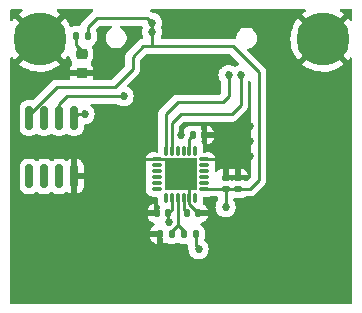
<source format=gbr>
%TF.GenerationSoftware,KiCad,Pcbnew,(6.0.0-0)*%
%TF.CreationDate,2022-03-05T22:15:36-05:00*%
%TF.ProjectId,imu,696d752e-6b69-4636-9164-5f7063625858,rev?*%
%TF.SameCoordinates,Original*%
%TF.FileFunction,Copper,L1,Top*%
%TF.FilePolarity,Positive*%
%FSLAX46Y46*%
G04 Gerber Fmt 4.6, Leading zero omitted, Abs format (unit mm)*
G04 Created by KiCad (PCBNEW (6.0.0-0)) date 2022-03-05 22:15:36*
%MOMM*%
%LPD*%
G01*
G04 APERTURE LIST*
G04 Aperture macros list*
%AMRoundRect*
0 Rectangle with rounded corners*
0 $1 Rounding radius*
0 $2 $3 $4 $5 $6 $7 $8 $9 X,Y pos of 4 corners*
0 Add a 4 corners polygon primitive as box body*
4,1,4,$2,$3,$4,$5,$6,$7,$8,$9,$2,$3,0*
0 Add four circle primitives for the rounded corners*
1,1,$1+$1,$2,$3*
1,1,$1+$1,$4,$5*
1,1,$1+$1,$6,$7*
1,1,$1+$1,$8,$9*
0 Add four rect primitives between the rounded corners*
20,1,$1+$1,$2,$3,$4,$5,0*
20,1,$1+$1,$4,$5,$6,$7,0*
20,1,$1+$1,$6,$7,$8,$9,0*
20,1,$1+$1,$8,$9,$2,$3,0*%
G04 Aperture macros list end*
%TA.AperFunction,ComponentPad*%
%ADD10C,4.500000*%
%TD*%
%TA.AperFunction,SMDPad,CuDef*%
%ADD11RoundRect,0.140000X-0.140000X-0.170000X0.140000X-0.170000X0.140000X0.170000X-0.140000X0.170000X0*%
%TD*%
%TA.AperFunction,SMDPad,CuDef*%
%ADD12RoundRect,0.140000X0.140000X0.170000X-0.140000X0.170000X-0.140000X-0.170000X0.140000X-0.170000X0*%
%TD*%
%TA.AperFunction,SMDPad,CuDef*%
%ADD13RoundRect,0.135000X0.135000X0.185000X-0.135000X0.185000X-0.135000X-0.185000X0.135000X-0.185000X0*%
%TD*%
%TA.AperFunction,SMDPad,CuDef*%
%ADD14RoundRect,0.140000X0.170000X-0.140000X0.170000X0.140000X-0.170000X0.140000X-0.170000X-0.140000X0*%
%TD*%
%TA.AperFunction,SMDPad,CuDef*%
%ADD15RoundRect,0.070000X-0.330000X0.070000X-0.330000X-0.070000X0.330000X-0.070000X0.330000X0.070000X0*%
%TD*%
%TA.AperFunction,SMDPad,CuDef*%
%ADD16RoundRect,0.070000X-0.070000X-0.330000X0.070000X-0.330000X0.070000X0.330000X-0.070000X0.330000X0*%
%TD*%
%TA.AperFunction,SMDPad,CuDef*%
%ADD17RoundRect,0.070000X0.070000X0.330000X-0.070000X0.330000X-0.070000X-0.330000X0.070000X-0.330000X0*%
%TD*%
%TA.AperFunction,SMDPad,CuDef*%
%ADD18R,2.700000X2.700000*%
%TD*%
%TA.AperFunction,SMDPad,CuDef*%
%ADD19RoundRect,0.150000X0.150000X-0.825000X0.150000X0.825000X-0.150000X0.825000X-0.150000X-0.825000X0*%
%TD*%
%TA.AperFunction,SMDPad,CuDef*%
%ADD20RoundRect,0.218750X-0.256250X0.218750X-0.256250X-0.218750X0.256250X-0.218750X0.256250X0.218750X0*%
%TD*%
%TA.AperFunction,ViaPad*%
%ADD21C,0.685800*%
%TD*%
%TA.AperFunction,Conductor*%
%ADD22C,0.254000*%
%TD*%
G04 APERTURE END LIST*
D10*
%TO.P,H1,1,1*%
%TO.N,GND*%
X95000000Y-64000000D03*
%TD*%
%TO.P,H2,1,1*%
%TO.N,GND*%
X119000000Y-64000000D03*
%TD*%
D11*
%TO.P,C5,1*%
%TO.N,Net-(C5-Pad1)*%
X107978000Y-72136000D03*
%TO.P,C5,2*%
%TO.N,GND*%
X108938000Y-72136000D03*
%TD*%
D12*
%TO.P,C1,1*%
%TO.N,/3V3*%
X105890000Y-78740000D03*
%TO.P,C1,2*%
%TO.N,GND*%
X104930000Y-78740000D03*
%TD*%
D13*
%TO.P,R3,1*%
%TO.N,/3V3*%
X99062000Y-63754000D03*
%TO.P,R3,2*%
%TO.N,Net-(D1-Pad2)*%
X98042000Y-63754000D03*
%TD*%
D14*
%TO.P,C2,1*%
%TO.N,/3V3*%
X111808000Y-76680000D03*
%TO.P,C2,2*%
%TO.N,GND*%
X111808000Y-75720000D03*
%TD*%
D15*
%TO.P,U1,1,CLKIN*%
%TO.N,GND*%
X104934000Y-74188000D03*
%TO.P,U1,2*%
%TO.N,N/C*%
X104934000Y-74688000D03*
%TO.P,U1,3*%
X104934000Y-75188000D03*
%TO.P,U1,4*%
X104934000Y-75688000D03*
%TO.P,U1,5*%
X104934000Y-76188000D03*
%TO.P,U1,6,AUX_SDA*%
%TO.N,unconnected-(U1-Pad6)*%
X104934000Y-76688000D03*
D16*
%TO.P,U1,7,AUX_SCL*%
%TO.N,unconnected-(U1-Pad7)*%
X105684000Y-77438000D03*
%TO.P,U1,8,VDDIO*%
%TO.N,/3V3*%
X106184000Y-77438000D03*
%TO.P,U1,9,AD0*%
%TO.N,Net-(R1-Pad2)*%
X106684000Y-77438000D03*
%TO.P,U1,10,REGOUT*%
%TO.N,Net-(C4-Pad1)*%
X107184000Y-77438000D03*
%TO.P,U1,11,FSYNC*%
%TO.N,GND*%
X107684000Y-77438000D03*
%TO.P,U1,12,INT*%
%TO.N,unconnected-(U1-Pad12)*%
X108184000Y-77438000D03*
D15*
%TO.P,U1,13,VDD*%
%TO.N,/3V3*%
X108934000Y-76688000D03*
%TO.P,U1,14*%
%TO.N,N/C*%
X108934000Y-76188000D03*
%TO.P,U1,15*%
X108934000Y-75688000D03*
%TO.P,U1,16*%
X108934000Y-75188000D03*
%TO.P,U1,17*%
X108934000Y-74688000D03*
%TO.P,U1,18,GND*%
%TO.N,GND*%
X108934000Y-74188000D03*
D16*
%TO.P,U1,19*%
%TO.N,N/C*%
X108184000Y-73438000D03*
D17*
%TO.P,U1,20,CPOUT*%
%TO.N,Net-(C5-Pad1)*%
X107684000Y-73438000D03*
D16*
%TO.P,U1,21*%
%TO.N,N/C*%
X107184000Y-73438000D03*
%TO.P,U1,22*%
X106684000Y-73438000D03*
%TO.P,U1,23,SCL*%
%TO.N,/SCL*%
X106184000Y-73438000D03*
%TO.P,U1,24,SDA*%
%TO.N,/SDA*%
X105684000Y-73438000D03*
D18*
%TO.P,U1,25,GND*%
%TO.N,GND*%
X106934000Y-75438000D03*
%TD*%
D19*
%TO.P,U3,1,E0*%
%TO.N,unconnected-(U3-Pad1)*%
X94107000Y-75627000D03*
%TO.P,U3,2,E1*%
%TO.N,unconnected-(U3-Pad2)*%
X95377000Y-75627000D03*
%TO.P,U3,3,E2*%
%TO.N,unconnected-(U3-Pad3)*%
X96647000Y-75627000D03*
%TO.P,U3,4,VSS*%
%TO.N,GND*%
X97917000Y-75627000D03*
%TO.P,U3,5,SDA*%
%TO.N,/SDA_EEPROM*%
X97917000Y-70677000D03*
%TO.P,U3,6,SCL*%
%TO.N,/SCL_EEPROM*%
X96647000Y-70677000D03*
%TO.P,U3,7,~{WC}*%
%TO.N,unconnected-(U3-Pad7)*%
X95377000Y-70677000D03*
%TO.P,U3,8,VCC*%
%TO.N,/3V3*%
X94107000Y-70677000D03*
%TD*%
D20*
%TO.P,D1,1,K*%
%TO.N,GND*%
X98552000Y-66827500D03*
%TO.P,D1,2,A*%
%TO.N,Net-(D1-Pad2)*%
X98552000Y-65252500D03*
%TD*%
D11*
%TO.P,C4,1*%
%TO.N,Net-(C4-Pad1)*%
X107470000Y-78740000D03*
%TO.P,C4,2*%
%TO.N,GND*%
X108430000Y-78740000D03*
%TD*%
D14*
%TO.P,C3,1*%
%TO.N,/3V3*%
X110744000Y-76680000D03*
%TO.P,C3,2*%
%TO.N,GND*%
X110744000Y-75720000D03*
%TD*%
D13*
%TO.P,R2,1*%
%TO.N,Net-(R1-Pad2)*%
X106174000Y-80518000D03*
%TO.P,R2,2*%
%TO.N,GND*%
X105154000Y-80518000D03*
%TD*%
%TO.P,R1,1*%
%TO.N,/3V3*%
X108206000Y-80518000D03*
%TO.P,R1,2*%
%TO.N,Net-(R1-Pad2)*%
X107186000Y-80518000D03*
%TD*%
D21*
%TO.N,GND*%
X103124000Y-72644000D03*
X103124000Y-71374000D03*
X96012000Y-73152000D03*
X101854000Y-71374000D03*
X112776000Y-71374000D03*
X103124000Y-80264000D03*
X101854000Y-78994000D03*
X112776000Y-72644000D03*
X111506000Y-73914000D03*
X111506000Y-71374000D03*
X103124000Y-77724000D03*
X104394000Y-81534000D03*
X101854000Y-73914000D03*
X110236000Y-73914000D03*
X112776000Y-73914000D03*
X103124000Y-73914000D03*
X103124000Y-78994000D03*
X101854000Y-77724000D03*
X101854000Y-75184000D03*
X104013000Y-66675000D03*
X101854000Y-80264000D03*
X103124000Y-75184000D03*
X101854000Y-76454000D03*
X104013000Y-67564000D03*
X97282000Y-73152000D03*
X110236000Y-72644000D03*
X94742000Y-73152000D03*
X104394000Y-71374000D03*
X101854000Y-72644000D03*
X103124000Y-76454000D03*
X106934000Y-72136000D03*
X111506000Y-72644000D03*
X110236000Y-71374000D03*
X104013000Y-65786000D03*
%TO.N,/3V3*%
X105918000Y-79502000D03*
X104496500Y-63397500D03*
X110744000Y-78232000D03*
X108458000Y-81788000D03*
X104496500Y-62635500D03*
%TO.N,/SDA_EEPROM*%
X98806000Y-70358000D03*
%TO.N,/SDA*%
X110998000Y-67056000D03*
%TO.N,/SCL*%
X112014000Y-67056000D03*
%TO.N,/SCL_EEPROM*%
X102108000Y-68834000D03*
%TD*%
D22*
%TO.N,GND*%
X107684000Y-76188000D02*
X106934000Y-75438000D01*
X105684000Y-74188000D02*
X106934000Y-75438000D01*
X104934000Y-74188000D02*
X105684000Y-74188000D01*
X107684000Y-77438000D02*
X107684000Y-76188000D01*
X108430000Y-78740000D02*
X107684000Y-77994000D01*
X104934000Y-74188000D02*
X103652000Y-74188000D01*
X108934000Y-74188000D02*
X109962000Y-74188000D01*
X109962000Y-74188000D02*
X110236000Y-73914000D01*
X107684000Y-77994000D02*
X107684000Y-77438000D01*
%TO.N,Net-(D1-Pad2)*%
X98042000Y-64514000D02*
X98042000Y-63754000D01*
X98552000Y-65024000D02*
X98042000Y-64514000D01*
X98552000Y-65252500D02*
X98552000Y-65024000D01*
%TO.N,/3V3*%
X103783500Y-64618500D02*
X104496500Y-64618500D01*
X106184000Y-78446000D02*
X106184000Y-77438000D01*
X108942000Y-76680000D02*
X108934000Y-76688000D01*
X104496500Y-62635500D02*
X104091000Y-62230000D01*
X104496500Y-64159500D02*
X104496500Y-64618500D01*
X101346000Y-68072000D02*
X102870000Y-66548000D01*
X108204000Y-81534000D02*
X108204000Y-80520000D01*
X108204000Y-80520000D02*
X108206000Y-80518000D01*
X102870000Y-66548000D02*
X102870000Y-65532000D01*
X99822000Y-62230000D02*
X99062000Y-62990000D01*
X111354500Y-64618500D02*
X113538000Y-66802000D01*
X108458000Y-81788000D02*
X108204000Y-81534000D01*
X112804000Y-76680000D02*
X111808000Y-76680000D01*
X113538000Y-75946000D02*
X112804000Y-76680000D01*
X104496500Y-63397500D02*
X104496500Y-62635500D01*
X105890000Y-78740000D02*
X105890000Y-79474000D01*
X105890000Y-79474000D02*
X105918000Y-79502000D01*
X110744000Y-76680000D02*
X108942000Y-76680000D01*
X99062000Y-62990000D02*
X99062000Y-63754000D01*
X104496500Y-64159500D02*
X104496500Y-63397500D01*
X94107000Y-70677000D02*
X94107000Y-70401337D01*
X111808000Y-76680000D02*
X110744000Y-76680000D01*
X113538000Y-66802000D02*
X113538000Y-75946000D01*
X104091000Y-62230000D02*
X99822000Y-62230000D01*
X102870000Y-65532000D02*
X103783500Y-64618500D01*
X110744000Y-76680000D02*
X110744000Y-78232000D01*
X96436337Y-68072000D02*
X101346000Y-68072000D01*
X104496500Y-64618500D02*
X111354500Y-64618500D01*
X105890000Y-78740000D02*
X106184000Y-78446000D01*
X94107000Y-70401337D02*
X96436337Y-68072000D01*
%TO.N,/SDA_EEPROM*%
X98806000Y-70358000D02*
X98236000Y-70358000D01*
X98236000Y-70358000D02*
X97917000Y-70677000D01*
%TO.N,/SDA*%
X110998000Y-68834000D02*
X110998000Y-67056000D01*
X105684000Y-73438000D02*
X105684000Y-70338000D01*
X106680000Y-69342000D02*
X110490000Y-69342000D01*
X110490000Y-69342000D02*
X110998000Y-68834000D01*
X105684000Y-70338000D02*
X106680000Y-69342000D01*
%TO.N,/SCL*%
X106184000Y-71108000D02*
X106934000Y-70358000D01*
X106184000Y-73438000D02*
X106184000Y-71108000D01*
X112014000Y-69596000D02*
X112014000Y-67056000D01*
X106934000Y-70358000D02*
X111252000Y-70358000D01*
X111252000Y-70358000D02*
X112014000Y-69596000D01*
%TO.N,/SCL_EEPROM*%
X97282000Y-68834000D02*
X96647000Y-69469000D01*
X102108000Y-68834000D02*
X97282000Y-68834000D01*
X96647000Y-69469000D02*
X96647000Y-70677000D01*
%TO.N,Net-(C4-Pad1)*%
X107184000Y-78454000D02*
X107470000Y-78740000D01*
X107184000Y-77438000D02*
X107184000Y-78454000D01*
%TO.N,Net-(C5-Pad1)*%
X107684000Y-73438000D02*
X107684000Y-72430000D01*
X107684000Y-72430000D02*
X107978000Y-72136000D01*
%TO.N,Net-(R1-Pad2)*%
X106174000Y-80518000D02*
X106174000Y-80262000D01*
X106174000Y-80262000D02*
X106680000Y-79756000D01*
X106680000Y-77442000D02*
X106684000Y-77438000D01*
X107186000Y-80262000D02*
X106680000Y-79756000D01*
X106680000Y-79756000D02*
X106680000Y-77442000D01*
X107186000Y-80518000D02*
X107186000Y-80262000D01*
%TD*%
%TA.AperFunction,Conductor*%
%TO.N,GND*%
G36*
X93508556Y-61466002D02*
G01*
X93555049Y-61519658D01*
X93565153Y-61589932D01*
X93535659Y-61654512D01*
X93504858Y-61680285D01*
X93450196Y-61712805D01*
X93443945Y-61717053D01*
X93250733Y-61866115D01*
X93242267Y-61877773D01*
X93248871Y-61889661D01*
X94987188Y-63627978D01*
X95001132Y-63635592D01*
X95002965Y-63635461D01*
X95009580Y-63631210D01*
X96750162Y-61890628D01*
X96757174Y-61877787D01*
X96749379Y-61867098D01*
X96579886Y-61733481D01*
X96573663Y-61729156D01*
X96492326Y-61679605D01*
X96444557Y-61627082D01*
X96432767Y-61557071D01*
X96460699Y-61491800D01*
X96519485Y-61451992D01*
X96557879Y-61446000D01*
X99432118Y-61446000D01*
X99500239Y-61466002D01*
X99546732Y-61519658D01*
X99556836Y-61589932D01*
X99527342Y-61654512D01*
X99506180Y-61673935D01*
X99477519Y-61694759D01*
X99467595Y-61701278D01*
X99436224Y-61719830D01*
X99436219Y-61719834D01*
X99429401Y-61723866D01*
X99415014Y-61738253D01*
X99399980Y-61751094D01*
X99383513Y-61763058D01*
X99378460Y-61769166D01*
X99355228Y-61797249D01*
X99347238Y-61806029D01*
X98668517Y-62484750D01*
X98660191Y-62492326D01*
X98653697Y-62496447D01*
X98648274Y-62502222D01*
X98606915Y-62546265D01*
X98604160Y-62549107D01*
X98584361Y-62568906D01*
X98581937Y-62572031D01*
X98581929Y-62572040D01*
X98581863Y-62572126D01*
X98574155Y-62581151D01*
X98543783Y-62613494D01*
X98539965Y-62620438D01*
X98539964Y-62620440D01*
X98533978Y-62631329D01*
X98523127Y-62647847D01*
X98510650Y-62663933D01*
X98493024Y-62704666D01*
X98487807Y-62715314D01*
X98466431Y-62754197D01*
X98464460Y-62761872D01*
X98464458Y-62761878D01*
X98461369Y-62773911D01*
X98454966Y-62792613D01*
X98446883Y-62811292D01*
X98445644Y-62819114D01*
X98445643Y-62819118D01*
X98444104Y-62828838D01*
X98413692Y-62892991D01*
X98353425Y-62930518D01*
X98291191Y-62930161D01*
X98290979Y-62931323D01*
X98284643Y-62930165D01*
X98278466Y-62928371D01*
X98272059Y-62927867D01*
X98272055Y-62927866D01*
X98244444Y-62925693D01*
X98244438Y-62925693D01*
X98241989Y-62925500D01*
X98042122Y-62925500D01*
X97842012Y-62925501D01*
X97805534Y-62928371D01*
X97765562Y-62939984D01*
X97677727Y-62965502D01*
X97606730Y-62965299D01*
X97547114Y-62926745D01*
X97527602Y-62896055D01*
X97450172Y-62723363D01*
X97446655Y-62716636D01*
X97279054Y-62438252D01*
X97274757Y-62431999D01*
X97133617Y-62251022D01*
X97121823Y-62242551D01*
X97110113Y-62249097D01*
X95372022Y-63987188D01*
X95364408Y-64001132D01*
X95364539Y-64002965D01*
X95368790Y-64009580D01*
X97108825Y-65749615D01*
X97121948Y-65756781D01*
X97132250Y-65749391D01*
X97241429Y-65615285D01*
X97245842Y-65609144D01*
X97336608Y-65465287D01*
X97389874Y-65418349D01*
X97460062Y-65407659D01*
X97524886Y-65436613D01*
X97563766Y-65496018D01*
X97567934Y-65519631D01*
X97568500Y-65519572D01*
X97579022Y-65620982D01*
X97632692Y-65781849D01*
X97721929Y-65926055D01*
X97727107Y-65931224D01*
X97747159Y-65951241D01*
X97781238Y-66013523D01*
X97776235Y-66084343D01*
X97747314Y-66129432D01*
X97726702Y-66150080D01*
X97717690Y-66161491D01*
X97636447Y-66293291D01*
X97630303Y-66306468D01*
X97581421Y-66453843D01*
X97578555Y-66467210D01*
X97569386Y-66556700D01*
X97573475Y-66570624D01*
X97574865Y-66571829D01*
X97582548Y-66573500D01*
X99516885Y-66573500D01*
X99532124Y-66569025D01*
X99533329Y-66567635D01*
X99534842Y-66560679D01*
X99534663Y-66557218D01*
X99525196Y-66465979D01*
X99522303Y-66452583D01*
X99473170Y-66305313D01*
X99466996Y-66292134D01*
X99385530Y-66160486D01*
X99376494Y-66149085D01*
X99356842Y-66129467D01*
X99322763Y-66067184D01*
X99327766Y-65996364D01*
X99356686Y-65951277D01*
X99377692Y-65930234D01*
X99382864Y-65925053D01*
X99471849Y-65780692D01*
X99525238Y-65619731D01*
X99535500Y-65519572D01*
X99535500Y-64985428D01*
X99524978Y-64884018D01*
X99471308Y-64723151D01*
X99467458Y-64716929D01*
X99467454Y-64716921D01*
X99448910Y-64686953D01*
X99430073Y-64618501D01*
X99451235Y-64550732D01*
X99491916Y-64512198D01*
X99587720Y-64455540D01*
X99594541Y-64451506D01*
X99709506Y-64336541D01*
X99792269Y-64196596D01*
X99808831Y-64139591D01*
X99835834Y-64046644D01*
X99837629Y-64040466D01*
X99838578Y-64028419D01*
X99840307Y-64006444D01*
X99840307Y-64006438D01*
X99840500Y-64003989D01*
X99840499Y-63504012D01*
X99837629Y-63467534D01*
X99792269Y-63311404D01*
X99785182Y-63299420D01*
X99767725Y-63230603D01*
X99790244Y-63163272D01*
X99804543Y-63146189D01*
X100048327Y-62902405D01*
X100110639Y-62868379D01*
X100137422Y-62865500D01*
X101020069Y-62865500D01*
X101088190Y-62885502D01*
X101134683Y-62939158D01*
X101144787Y-63009432D01*
X101115293Y-63074012D01*
X101083070Y-63100619D01*
X100950376Y-63177229D01*
X100945469Y-63181647D01*
X100945468Y-63181648D01*
X100896130Y-63226073D01*
X100811579Y-63302203D01*
X100701798Y-63453303D01*
X100699114Y-63459331D01*
X100699113Y-63459333D01*
X100644601Y-63581770D01*
X100625832Y-63623926D01*
X100587000Y-63806615D01*
X100587000Y-63993385D01*
X100588372Y-63999837D01*
X100588372Y-63999842D01*
X100599753Y-64053383D01*
X100625832Y-64176074D01*
X100628517Y-64182104D01*
X100628517Y-64182105D01*
X100684097Y-64306939D01*
X100701798Y-64346697D01*
X100705678Y-64352038D01*
X100705679Y-64352039D01*
X100773873Y-64445900D01*
X100811579Y-64497797D01*
X100816481Y-64502210D01*
X100816482Y-64502212D01*
X100945468Y-64618352D01*
X100950376Y-64622771D01*
X100956097Y-64626074D01*
X100970839Y-64634585D01*
X101112124Y-64716156D01*
X101155021Y-64730094D01*
X101283474Y-64771831D01*
X101283475Y-64771831D01*
X101289753Y-64773871D01*
X101296316Y-64774561D01*
X101296317Y-64774561D01*
X101319097Y-64776955D01*
X101428937Y-64788500D01*
X101522063Y-64788500D01*
X101631903Y-64776955D01*
X101654683Y-64774561D01*
X101654684Y-64774561D01*
X101661247Y-64773871D01*
X101667525Y-64771831D01*
X101667526Y-64771831D01*
X101795979Y-64730094D01*
X101838876Y-64716156D01*
X101980162Y-64634585D01*
X101994903Y-64626074D01*
X102000624Y-64622771D01*
X102005532Y-64618352D01*
X102134518Y-64502212D01*
X102134519Y-64502210D01*
X102139421Y-64497797D01*
X102177127Y-64445900D01*
X102245321Y-64352039D01*
X102245322Y-64352038D01*
X102249202Y-64346697D01*
X102266904Y-64306939D01*
X102322483Y-64182105D01*
X102322483Y-64182104D01*
X102325168Y-64176074D01*
X102351247Y-64053383D01*
X102362628Y-63999842D01*
X102362628Y-63999837D01*
X102364000Y-63993385D01*
X102364000Y-63806615D01*
X102325168Y-63623926D01*
X102306399Y-63581770D01*
X102251887Y-63459333D01*
X102251886Y-63459331D01*
X102249202Y-63453303D01*
X102139421Y-63302203D01*
X102054871Y-63226073D01*
X102005532Y-63181648D01*
X102005531Y-63181647D01*
X102000624Y-63177229D01*
X101867931Y-63100619D01*
X101818938Y-63049237D01*
X101805502Y-62979523D01*
X101831888Y-62913612D01*
X101889720Y-62872430D01*
X101930931Y-62865500D01*
X103584472Y-62865500D01*
X103652593Y-62885502D01*
X103699086Y-62939158D01*
X103704305Y-62952564D01*
X103712428Y-62977564D01*
X103712428Y-63055436D01*
X103671420Y-63181648D01*
X103659118Y-63219509D01*
X103658428Y-63226072D01*
X103658428Y-63226073D01*
X103649459Y-63311404D01*
X103640410Y-63397500D01*
X103659118Y-63575491D01*
X103714423Y-63745703D01*
X103717726Y-63751425D01*
X103717727Y-63751426D01*
X103748330Y-63804432D01*
X103765068Y-63873428D01*
X103741847Y-63940519D01*
X103686040Y-63984406D01*
X103674371Y-63988427D01*
X103663758Y-63991511D01*
X103644388Y-63995523D01*
X103632060Y-63997080D01*
X103632058Y-63997080D01*
X103624201Y-63998073D01*
X103616837Y-64000989D01*
X103616832Y-64000990D01*
X103582944Y-64014407D01*
X103571715Y-64018252D01*
X103555611Y-64022931D01*
X103529107Y-64030631D01*
X103522280Y-64034669D01*
X103522277Y-64034670D01*
X103511594Y-64040988D01*
X103493836Y-64049688D01*
X103482285Y-64054261D01*
X103482279Y-64054265D01*
X103474912Y-64057181D01*
X103468501Y-64061839D01*
X103468499Y-64061840D01*
X103439012Y-64083264D01*
X103429090Y-64089781D01*
X103397732Y-64108326D01*
X103397728Y-64108329D01*
X103390902Y-64112366D01*
X103376518Y-64126750D01*
X103361484Y-64139591D01*
X103345013Y-64151558D01*
X103324732Y-64176074D01*
X103316727Y-64185750D01*
X103308737Y-64194531D01*
X102476512Y-65026755D01*
X102468193Y-65034325D01*
X102461697Y-65038447D01*
X102456271Y-65044225D01*
X102456270Y-65044226D01*
X102414915Y-65088265D01*
X102412160Y-65091107D01*
X102392361Y-65110906D01*
X102389937Y-65114031D01*
X102389929Y-65114040D01*
X102389863Y-65114126D01*
X102382155Y-65123151D01*
X102351783Y-65155494D01*
X102347965Y-65162438D01*
X102347964Y-65162440D01*
X102341978Y-65173329D01*
X102331127Y-65189847D01*
X102318650Y-65205933D01*
X102301024Y-65246666D01*
X102295807Y-65257314D01*
X102274431Y-65296197D01*
X102272460Y-65303872D01*
X102272458Y-65303878D01*
X102269369Y-65315911D01*
X102262966Y-65334613D01*
X102254883Y-65353292D01*
X102253644Y-65361117D01*
X102247940Y-65397127D01*
X102245535Y-65408740D01*
X102234500Y-65451718D01*
X102234500Y-65472065D01*
X102232949Y-65491776D01*
X102229765Y-65511879D01*
X102230511Y-65519771D01*
X102233941Y-65556056D01*
X102234500Y-65567914D01*
X102234500Y-66232577D01*
X102214498Y-66300698D01*
X102197595Y-66321672D01*
X101119672Y-67399595D01*
X101057360Y-67433621D01*
X101030577Y-67436500D01*
X99619062Y-67436500D01*
X99550941Y-67416498D01*
X99504448Y-67362842D01*
X99494344Y-67292568D01*
X99499469Y-67270834D01*
X99522578Y-67201160D01*
X99525445Y-67187790D01*
X99534614Y-67098300D01*
X99530525Y-67084376D01*
X99529135Y-67083171D01*
X99521452Y-67081500D01*
X97587115Y-67081500D01*
X97571876Y-67085975D01*
X97570671Y-67087365D01*
X97569158Y-67094321D01*
X97569337Y-67097782D01*
X97578804Y-67189021D01*
X97581697Y-67202417D01*
X97604453Y-67270624D01*
X97607037Y-67341573D01*
X97570854Y-67402657D01*
X97507390Y-67434482D01*
X97484929Y-67436500D01*
X96515369Y-67436500D01*
X96504130Y-67435970D01*
X96496618Y-67434291D01*
X96488693Y-67434540D01*
X96488692Y-67434540D01*
X96428307Y-67436438D01*
X96424349Y-67436500D01*
X96396354Y-67436500D01*
X96392420Y-67436997D01*
X96392418Y-67436997D01*
X96392331Y-67437008D01*
X96380497Y-67437940D01*
X96336132Y-67439335D01*
X96328519Y-67441547D01*
X96328518Y-67441547D01*
X96316589Y-67445013D01*
X96297225Y-67449023D01*
X96284897Y-67450580D01*
X96284895Y-67450580D01*
X96277038Y-67451573D01*
X96269674Y-67454489D01*
X96269669Y-67454490D01*
X96235781Y-67467907D01*
X96224552Y-67471752D01*
X96207872Y-67476598D01*
X96181944Y-67484131D01*
X96175117Y-67488169D01*
X96175114Y-67488170D01*
X96164431Y-67494488D01*
X96146673Y-67503188D01*
X96135122Y-67507761D01*
X96135116Y-67507765D01*
X96127749Y-67510681D01*
X96121338Y-67515339D01*
X96121336Y-67515340D01*
X96091849Y-67536764D01*
X96081927Y-67543281D01*
X96050569Y-67561826D01*
X96050565Y-67561829D01*
X96043739Y-67565866D01*
X96029355Y-67580250D01*
X96014321Y-67593091D01*
X95997850Y-67605058D01*
X95992797Y-67611166D01*
X95969560Y-67639255D01*
X95961570Y-67648035D01*
X94450423Y-69159182D01*
X94388111Y-69193208D01*
X94351442Y-69195699D01*
X94325958Y-69193693D01*
X94325950Y-69193693D01*
X94323502Y-69193500D01*
X93890498Y-69193500D01*
X93888050Y-69193693D01*
X93888042Y-69193693D01*
X93859579Y-69195933D01*
X93859574Y-69195934D01*
X93853169Y-69196438D01*
X93753231Y-69225472D01*
X93701012Y-69240643D01*
X93701010Y-69240644D01*
X93693399Y-69242855D01*
X93686572Y-69246892D01*
X93686573Y-69246892D01*
X93557020Y-69323509D01*
X93557017Y-69323511D01*
X93550193Y-69327547D01*
X93432547Y-69445193D01*
X93428511Y-69452017D01*
X93428509Y-69452020D01*
X93403940Y-69493564D01*
X93347855Y-69588399D01*
X93345644Y-69596010D01*
X93345643Y-69596012D01*
X93333960Y-69636225D01*
X93301438Y-69748169D01*
X93298500Y-69785498D01*
X93298500Y-71568502D01*
X93298693Y-71570950D01*
X93298693Y-71570958D01*
X93298815Y-71572501D01*
X93301438Y-71605831D01*
X93347855Y-71765601D01*
X93351892Y-71772427D01*
X93428509Y-71901980D01*
X93428511Y-71901983D01*
X93432547Y-71908807D01*
X93550193Y-72026453D01*
X93557017Y-72030489D01*
X93557020Y-72030491D01*
X93599584Y-72055663D01*
X93693399Y-72111145D01*
X93701010Y-72113356D01*
X93701012Y-72113357D01*
X93753231Y-72128528D01*
X93853169Y-72157562D01*
X93859574Y-72158066D01*
X93859579Y-72158067D01*
X93888042Y-72160307D01*
X93888050Y-72160307D01*
X93890498Y-72160500D01*
X94323502Y-72160500D01*
X94325950Y-72160307D01*
X94325958Y-72160307D01*
X94354421Y-72158067D01*
X94354426Y-72158066D01*
X94360831Y-72157562D01*
X94460769Y-72128528D01*
X94512988Y-72113357D01*
X94512990Y-72113356D01*
X94520601Y-72111145D01*
X94663807Y-72026453D01*
X94666489Y-72023771D01*
X94730861Y-71998498D01*
X94800484Y-72012400D01*
X94816312Y-72022572D01*
X94820193Y-72026453D01*
X94963399Y-72111145D01*
X94971010Y-72113356D01*
X94971012Y-72113357D01*
X95023231Y-72128528D01*
X95123169Y-72157562D01*
X95129574Y-72158066D01*
X95129579Y-72158067D01*
X95158042Y-72160307D01*
X95158050Y-72160307D01*
X95160498Y-72160500D01*
X95593502Y-72160500D01*
X95595950Y-72160307D01*
X95595958Y-72160307D01*
X95624421Y-72158067D01*
X95624426Y-72158066D01*
X95630831Y-72157562D01*
X95730769Y-72128528D01*
X95782988Y-72113357D01*
X95782990Y-72113356D01*
X95790601Y-72111145D01*
X95933807Y-72026453D01*
X95936489Y-72023771D01*
X96000861Y-71998498D01*
X96070484Y-72012400D01*
X96086312Y-72022572D01*
X96090193Y-72026453D01*
X96233399Y-72111145D01*
X96241010Y-72113356D01*
X96241012Y-72113357D01*
X96293231Y-72128528D01*
X96393169Y-72157562D01*
X96399574Y-72158066D01*
X96399579Y-72158067D01*
X96428042Y-72160307D01*
X96428050Y-72160307D01*
X96430498Y-72160500D01*
X96863502Y-72160500D01*
X96865950Y-72160307D01*
X96865958Y-72160307D01*
X96894421Y-72158067D01*
X96894426Y-72158066D01*
X96900831Y-72157562D01*
X97000769Y-72128528D01*
X97052988Y-72113357D01*
X97052990Y-72113356D01*
X97060601Y-72111145D01*
X97203807Y-72026453D01*
X97206489Y-72023771D01*
X97270861Y-71998498D01*
X97340484Y-72012400D01*
X97356312Y-72022572D01*
X97360193Y-72026453D01*
X97503399Y-72111145D01*
X97511010Y-72113356D01*
X97511012Y-72113357D01*
X97563231Y-72128528D01*
X97663169Y-72157562D01*
X97669574Y-72158066D01*
X97669579Y-72158067D01*
X97698042Y-72160307D01*
X97698050Y-72160307D01*
X97700498Y-72160500D01*
X98133502Y-72160500D01*
X98135950Y-72160307D01*
X98135958Y-72160307D01*
X98164421Y-72158067D01*
X98164426Y-72158066D01*
X98170831Y-72157562D01*
X98270769Y-72128528D01*
X98322988Y-72113357D01*
X98322990Y-72113356D01*
X98330601Y-72111145D01*
X98424416Y-72055663D01*
X98466980Y-72030491D01*
X98466983Y-72030489D01*
X98473807Y-72026453D01*
X98591453Y-71908807D01*
X98595489Y-71901983D01*
X98595491Y-71901980D01*
X98672108Y-71772427D01*
X98676145Y-71765601D01*
X98722562Y-71605831D01*
X98725186Y-71572501D01*
X98725307Y-71570958D01*
X98725307Y-71570950D01*
X98725500Y-71568502D01*
X98725500Y-71335400D01*
X98745502Y-71267279D01*
X98799158Y-71220786D01*
X98851500Y-71209400D01*
X98895486Y-71209400D01*
X98901939Y-71208028D01*
X98901943Y-71208028D01*
X98983016Y-71190795D01*
X99070546Y-71172190D01*
X99076577Y-71169505D01*
X99228015Y-71102081D01*
X99228017Y-71102080D01*
X99234045Y-71099396D01*
X99378836Y-70994199D01*
X99384010Y-70988453D01*
X99494172Y-70866105D01*
X99494173Y-70866104D01*
X99498591Y-70861197D01*
X99588077Y-70706203D01*
X99643382Y-70535991D01*
X99662090Y-70358000D01*
X99643382Y-70180009D01*
X99630585Y-70140622D01*
X99590119Y-70016082D01*
X99588077Y-70009797D01*
X99564200Y-69968440D01*
X99501892Y-69860521D01*
X99498591Y-69854803D01*
X99489267Y-69844447D01*
X99383258Y-69726712D01*
X99383257Y-69726711D01*
X99378836Y-69721801D01*
X99345299Y-69697435D01*
X99301947Y-69641213D01*
X99295872Y-69570477D01*
X99329004Y-69507685D01*
X99390824Y-69472774D01*
X99419362Y-69469500D01*
X101493262Y-69469500D01*
X101561383Y-69489502D01*
X101567323Y-69493564D01*
X101673185Y-69570477D01*
X101679955Y-69575396D01*
X101685983Y-69578080D01*
X101685985Y-69578081D01*
X101771425Y-69616121D01*
X101843454Y-69648190D01*
X101930984Y-69666795D01*
X102012057Y-69684028D01*
X102012061Y-69684028D01*
X102018514Y-69685400D01*
X102197486Y-69685400D01*
X102203939Y-69684028D01*
X102203943Y-69684028D01*
X102285016Y-69666795D01*
X102372546Y-69648190D01*
X102444575Y-69616121D01*
X102530015Y-69578081D01*
X102530017Y-69578080D01*
X102536045Y-69575396D01*
X102542557Y-69570665D01*
X102675492Y-69474082D01*
X102675494Y-69474080D01*
X102680836Y-69470199D01*
X102685258Y-69465288D01*
X102796172Y-69342105D01*
X102796173Y-69342104D01*
X102800591Y-69337197D01*
X102880822Y-69198233D01*
X102886773Y-69187926D01*
X102886774Y-69187925D01*
X102890077Y-69182203D01*
X102945382Y-69011991D01*
X102964090Y-68834000D01*
X102945382Y-68656009D01*
X102929677Y-68607672D01*
X102892119Y-68492082D01*
X102890077Y-68485797D01*
X102800591Y-68330803D01*
X102680836Y-68197801D01*
X102536045Y-68092604D01*
X102487701Y-68071080D01*
X102433605Y-68025101D01*
X102412955Y-67957174D01*
X102432307Y-67888865D01*
X102449854Y-67866878D01*
X103263477Y-67053255D01*
X103271803Y-67045678D01*
X103278303Y-67041553D01*
X103325101Y-66991718D01*
X103327855Y-66988877D01*
X103347638Y-66969094D01*
X103350129Y-66965883D01*
X103357838Y-66956856D01*
X103382789Y-66930286D01*
X103388217Y-66924506D01*
X103398022Y-66906671D01*
X103408876Y-66890147D01*
X103416491Y-66880330D01*
X103416492Y-66880329D01*
X103421349Y-66874067D01*
X103438969Y-66833350D01*
X103444192Y-66822689D01*
X103461749Y-66790753D01*
X103461751Y-66790748D01*
X103465569Y-66783803D01*
X103467539Y-66776129D01*
X103467542Y-66776122D01*
X103470632Y-66764087D01*
X103477036Y-66745382D01*
X103481967Y-66733987D01*
X103485117Y-66726708D01*
X103492060Y-66682873D01*
X103494467Y-66671251D01*
X103499778Y-66650566D01*
X103505500Y-66628282D01*
X103505500Y-66607935D01*
X103507051Y-66588224D01*
X103508995Y-66575950D01*
X103510235Y-66568121D01*
X103506059Y-66523944D01*
X103505500Y-66512086D01*
X103505500Y-65847423D01*
X103525502Y-65779302D01*
X103542405Y-65758327D01*
X104009829Y-65290904D01*
X104072141Y-65256879D01*
X104098924Y-65254000D01*
X104424517Y-65254000D01*
X104448126Y-65256232D01*
X104448491Y-65256302D01*
X104448496Y-65256302D01*
X104456279Y-65257787D01*
X104512514Y-65254249D01*
X104520425Y-65254000D01*
X111039078Y-65254000D01*
X111107199Y-65274002D01*
X111128173Y-65290905D01*
X111857203Y-66019935D01*
X111891229Y-66082247D01*
X111886164Y-66153062D01*
X111843617Y-66209898D01*
X111794305Y-66232277D01*
X111783535Y-66234566D01*
X111755912Y-66240437D01*
X111755909Y-66240438D01*
X111749454Y-66241810D01*
X111743424Y-66244495D01*
X111743423Y-66244495D01*
X111591985Y-66311919D01*
X111591983Y-66311920D01*
X111585955Y-66314604D01*
X111580613Y-66318485D01*
X111580610Y-66318487D01*
X111580058Y-66318888D01*
X111579684Y-66319021D01*
X111574896Y-66321786D01*
X111574390Y-66320910D01*
X111513190Y-66342745D01*
X111444039Y-66326662D01*
X111431942Y-66318888D01*
X111431390Y-66318487D01*
X111431387Y-66318485D01*
X111426045Y-66314604D01*
X111420017Y-66311920D01*
X111420015Y-66311919D01*
X111268577Y-66244495D01*
X111268576Y-66244495D01*
X111262546Y-66241810D01*
X111175016Y-66223205D01*
X111093943Y-66205972D01*
X111093939Y-66205972D01*
X111087486Y-66204600D01*
X110908514Y-66204600D01*
X110902061Y-66205972D01*
X110902057Y-66205972D01*
X110820984Y-66223205D01*
X110733454Y-66241810D01*
X110727424Y-66244495D01*
X110727423Y-66244495D01*
X110575985Y-66311919D01*
X110575983Y-66311920D01*
X110569955Y-66314604D01*
X110564614Y-66318484D01*
X110564613Y-66318485D01*
X110468936Y-66387999D01*
X110425164Y-66419801D01*
X110420743Y-66424711D01*
X110420742Y-66424712D01*
X110331394Y-66523944D01*
X110305409Y-66552803D01*
X110215923Y-66707797D01*
X110207413Y-66733987D01*
X110175129Y-66833350D01*
X110160618Y-66878009D01*
X110141910Y-67056000D01*
X110142600Y-67062565D01*
X110144893Y-67084376D01*
X110160618Y-67233991D01*
X110215923Y-67404203D01*
X110219226Y-67409925D01*
X110219227Y-67409926D01*
X110237484Y-67441547D01*
X110305409Y-67559197D01*
X110330137Y-67586660D01*
X110360853Y-67650666D01*
X110362500Y-67670969D01*
X110362500Y-68518577D01*
X110342498Y-68586698D01*
X110325595Y-68607672D01*
X110263672Y-68669595D01*
X110201360Y-68703621D01*
X110174577Y-68706500D01*
X106759032Y-68706500D01*
X106747793Y-68705970D01*
X106740281Y-68704291D01*
X106732356Y-68704540D01*
X106732355Y-68704540D01*
X106671970Y-68706438D01*
X106668012Y-68706500D01*
X106640017Y-68706500D01*
X106636083Y-68706997D01*
X106636081Y-68706997D01*
X106635994Y-68707008D01*
X106624160Y-68707940D01*
X106579795Y-68709335D01*
X106572182Y-68711547D01*
X106572181Y-68711547D01*
X106560252Y-68715013D01*
X106540888Y-68719023D01*
X106528560Y-68720580D01*
X106528558Y-68720580D01*
X106520701Y-68721573D01*
X106513337Y-68724489D01*
X106513332Y-68724490D01*
X106479444Y-68737907D01*
X106468215Y-68741752D01*
X106454241Y-68745812D01*
X106425607Y-68754131D01*
X106418781Y-68758168D01*
X106408091Y-68764490D01*
X106390341Y-68773187D01*
X106371412Y-68780681D01*
X106364998Y-68785341D01*
X106335514Y-68806762D01*
X106325594Y-68813278D01*
X106294229Y-68831827D01*
X106294226Y-68831829D01*
X106287402Y-68835865D01*
X106273014Y-68850253D01*
X106257980Y-68863094D01*
X106241513Y-68875058D01*
X106236460Y-68881166D01*
X106213228Y-68909249D01*
X106205238Y-68918029D01*
X105290517Y-69832750D01*
X105282191Y-69840326D01*
X105275697Y-69844447D01*
X105270274Y-69850222D01*
X105228915Y-69894265D01*
X105226160Y-69897107D01*
X105206361Y-69916906D01*
X105203937Y-69920031D01*
X105203929Y-69920040D01*
X105203863Y-69920126D01*
X105196155Y-69929151D01*
X105165783Y-69961494D01*
X105161965Y-69968438D01*
X105161964Y-69968440D01*
X105155978Y-69979329D01*
X105145127Y-69995847D01*
X105132650Y-70011933D01*
X105115024Y-70052666D01*
X105109807Y-70063314D01*
X105088431Y-70102197D01*
X105086460Y-70109872D01*
X105086458Y-70109878D01*
X105083369Y-70121911D01*
X105076966Y-70140613D01*
X105068883Y-70159292D01*
X105067644Y-70167117D01*
X105061940Y-70203127D01*
X105059535Y-70214740D01*
X105048500Y-70257718D01*
X105048500Y-70278065D01*
X105046949Y-70297776D01*
X105043765Y-70317879D01*
X105044511Y-70325771D01*
X105047941Y-70362056D01*
X105048500Y-70373914D01*
X105048500Y-72963079D01*
X105047422Y-72979525D01*
X105035500Y-73070082D01*
X105035500Y-73504241D01*
X105015498Y-73572362D01*
X104961842Y-73618855D01*
X104891568Y-73628959D01*
X104826988Y-73599465D01*
X104791997Y-73545019D01*
X104788135Y-73541672D01*
X104780452Y-73540001D01*
X104570237Y-73540001D01*
X104562025Y-73540539D01*
X104461299Y-73553799D01*
X104445484Y-73558037D01*
X104320136Y-73609958D01*
X104305955Y-73618145D01*
X104198310Y-73700743D01*
X104186743Y-73712310D01*
X104104145Y-73819955D01*
X104095958Y-73834136D01*
X104044037Y-73959483D01*
X104039799Y-73975300D01*
X104032592Y-74030040D01*
X104034804Y-74044221D01*
X104047962Y-74048000D01*
X104056691Y-74048000D01*
X104124812Y-74068002D01*
X104171305Y-74121658D01*
X104181409Y-74191932D01*
X104156655Y-74250700D01*
X104135166Y-74278706D01*
X104077831Y-74320571D01*
X104065667Y-74322691D01*
X104065727Y-74322896D01*
X104034573Y-74332044D01*
X104032544Y-74345583D01*
X104039799Y-74400699D01*
X104040794Y-74404412D01*
X104040794Y-74408258D01*
X104040877Y-74408888D01*
X104040794Y-74408899D01*
X104040795Y-74466003D01*
X104040390Y-74466981D01*
X104025500Y-74580082D01*
X104025500Y-74795918D01*
X104040390Y-74909019D01*
X104040533Y-74909364D01*
X104040533Y-74966636D01*
X104040390Y-74966981D01*
X104025500Y-75080082D01*
X104025500Y-75295918D01*
X104040390Y-75409019D01*
X104040533Y-75409364D01*
X104040533Y-75466636D01*
X104040390Y-75466981D01*
X104025500Y-75580082D01*
X104025500Y-75795918D01*
X104040390Y-75909019D01*
X104040533Y-75909364D01*
X104040533Y-75966636D01*
X104040390Y-75966981D01*
X104025500Y-76080082D01*
X104025500Y-76295918D01*
X104040390Y-76409019D01*
X104040533Y-76409364D01*
X104040533Y-76466636D01*
X104040390Y-76466981D01*
X104025500Y-76580082D01*
X104025500Y-76795918D01*
X104040390Y-76909019D01*
X104098681Y-77049746D01*
X104191409Y-77170591D01*
X104312254Y-77263319D01*
X104452981Y-77321610D01*
X104566082Y-77336500D01*
X104909500Y-77336500D01*
X104977621Y-77356502D01*
X105024114Y-77410158D01*
X105035500Y-77462500D01*
X105035500Y-77805918D01*
X105050390Y-77919019D01*
X105108681Y-78059746D01*
X105157630Y-78123537D01*
X105157962Y-78123970D01*
X105183563Y-78190190D01*
X105184000Y-78200674D01*
X105184000Y-78218621D01*
X105166454Y-78282760D01*
X105150106Y-78310403D01*
X105104394Y-78467746D01*
X105103890Y-78474151D01*
X105103889Y-78474156D01*
X105103299Y-78481656D01*
X105101500Y-78504516D01*
X105101500Y-78868000D01*
X105081498Y-78936121D01*
X105027842Y-78982614D01*
X104975500Y-78994000D01*
X104161576Y-78994000D01*
X104146781Y-78998344D01*
X104144937Y-79008775D01*
X104146688Y-79018359D01*
X104188357Y-79161784D01*
X104194604Y-79176220D01*
X104269876Y-79303499D01*
X104279516Y-79315926D01*
X104384074Y-79420484D01*
X104396501Y-79430124D01*
X104523780Y-79505396D01*
X104538214Y-79511642D01*
X104665290Y-79548562D01*
X104725125Y-79586776D01*
X104754802Y-79651272D01*
X104744898Y-79721575D01*
X104694275Y-79778013D01*
X104628590Y-79816859D01*
X104616159Y-79826501D01*
X104512501Y-79930159D01*
X104502854Y-79942595D01*
X104428230Y-80068778D01*
X104421981Y-80083217D01*
X104380662Y-80225436D01*
X104378363Y-80238023D01*
X104377740Y-80245943D01*
X104380910Y-80261030D01*
X104392374Y-80264000D01*
X105269500Y-80264000D01*
X105337621Y-80284002D01*
X105384114Y-80337658D01*
X105395500Y-80390000D01*
X105395501Y-80767988D01*
X105398371Y-80804466D01*
X105400166Y-80810644D01*
X105400168Y-80810653D01*
X105402997Y-80820390D01*
X105408000Y-80855542D01*
X105408000Y-81319900D01*
X105411973Y-81333431D01*
X105419871Y-81334566D01*
X105538783Y-81300019D01*
X105553220Y-81293771D01*
X105599370Y-81266478D01*
X105668187Y-81249018D01*
X105727646Y-81266477D01*
X105781404Y-81298269D01*
X105789015Y-81300480D01*
X105789017Y-81300481D01*
X105791499Y-81301202D01*
X105937534Y-81343629D01*
X105943941Y-81344133D01*
X105943945Y-81344134D01*
X105971556Y-81346307D01*
X105971562Y-81346307D01*
X105974011Y-81346500D01*
X106173878Y-81346500D01*
X106373988Y-81346499D01*
X106410466Y-81343629D01*
X106556501Y-81301202D01*
X106558983Y-81300481D01*
X106558985Y-81300480D01*
X106566596Y-81298269D01*
X106615863Y-81269132D01*
X106684677Y-81251674D01*
X106744137Y-81269132D01*
X106793404Y-81298269D01*
X106801015Y-81300480D01*
X106801017Y-81300481D01*
X106803499Y-81301202D01*
X106949534Y-81343629D01*
X106955941Y-81344133D01*
X106955945Y-81344134D01*
X106983556Y-81346307D01*
X106983562Y-81346307D01*
X106986011Y-81346500D01*
X107185878Y-81346500D01*
X107385988Y-81346499D01*
X107400861Y-81345329D01*
X107416052Y-81344134D01*
X107416055Y-81344133D01*
X107420143Y-81343812D01*
X107420145Y-81343812D01*
X107422466Y-81343629D01*
X107422500Y-81344060D01*
X107489273Y-81351092D01*
X107544650Y-81395521D01*
X107567216Y-81462836D01*
X107566998Y-81470560D01*
X107566292Y-81473719D01*
X107566541Y-81481642D01*
X107568438Y-81542012D01*
X107568500Y-81545969D01*
X107568500Y-81573983D01*
X107568996Y-81577908D01*
X107568996Y-81577909D01*
X107569008Y-81578004D01*
X107569941Y-81589849D01*
X107571335Y-81634205D01*
X107573547Y-81641817D01*
X107577013Y-81653748D01*
X107581023Y-81673112D01*
X107583573Y-81693299D01*
X107586488Y-81700662D01*
X107586489Y-81700665D01*
X107594535Y-81720985D01*
X107601910Y-81774828D01*
X107602600Y-81774828D01*
X107602600Y-81779867D01*
X107602693Y-81780546D01*
X107602600Y-81781431D01*
X107602600Y-81781435D01*
X107601910Y-81788000D01*
X107620618Y-81965991D01*
X107675923Y-82136203D01*
X107765409Y-82291197D01*
X107885164Y-82424199D01*
X108029955Y-82529396D01*
X108035983Y-82532080D01*
X108035985Y-82532081D01*
X108187423Y-82599505D01*
X108193454Y-82602190D01*
X108280984Y-82620795D01*
X108362057Y-82638028D01*
X108362061Y-82638028D01*
X108368514Y-82639400D01*
X108547486Y-82639400D01*
X108553939Y-82638028D01*
X108553943Y-82638028D01*
X108635016Y-82620795D01*
X108722546Y-82602190D01*
X108728577Y-82599505D01*
X108880015Y-82532081D01*
X108880017Y-82532080D01*
X108886045Y-82529396D01*
X109030836Y-82424199D01*
X109150591Y-82291197D01*
X109240077Y-82136203D01*
X109295382Y-81965991D01*
X109314090Y-81788000D01*
X109295382Y-81610009D01*
X109283677Y-81573983D01*
X109242119Y-81446082D01*
X109240077Y-81439797D01*
X109150591Y-81284803D01*
X109091474Y-81219146D01*
X109035258Y-81156712D01*
X109035257Y-81156711D01*
X109030836Y-81151801D01*
X108976780Y-81112527D01*
X108933428Y-81056305D01*
X108927353Y-80985569D01*
X108933974Y-80964477D01*
X108936269Y-80960596D01*
X108981629Y-80804466D01*
X108982135Y-80798047D01*
X108984307Y-80770444D01*
X108984307Y-80770438D01*
X108984500Y-80767989D01*
X108984499Y-80268012D01*
X108981629Y-80231534D01*
X108936269Y-80075404D01*
X108853506Y-79935459D01*
X108738541Y-79820494D01*
X108731721Y-79816461D01*
X108731715Y-79816456D01*
X108666385Y-79777820D01*
X108617932Y-79725928D01*
X108605227Y-79656077D01*
X108632302Y-79590446D01*
X108695370Y-79548370D01*
X108821786Y-79511642D01*
X108836220Y-79505396D01*
X108963499Y-79430124D01*
X108975926Y-79420484D01*
X109080484Y-79315926D01*
X109090124Y-79303499D01*
X109165396Y-79176220D01*
X109171643Y-79161784D01*
X109213312Y-79018359D01*
X109214768Y-79010391D01*
X109211948Y-78996969D01*
X109200487Y-78994000D01*
X108384500Y-78994000D01*
X108316379Y-78973998D01*
X108269886Y-78920342D01*
X108258500Y-78868000D01*
X108258500Y-78612000D01*
X108278502Y-78543879D01*
X108332158Y-78497386D01*
X108384500Y-78486000D01*
X109198424Y-78486000D01*
X109213219Y-78481656D01*
X109215063Y-78471225D01*
X109213312Y-78461641D01*
X109171643Y-78318216D01*
X109165396Y-78303780D01*
X109090124Y-78176501D01*
X109080484Y-78164074D01*
X108975926Y-78059516D01*
X108963499Y-78049876D01*
X108883813Y-78002750D01*
X108835360Y-77950857D01*
X108823030Y-77877850D01*
X108831962Y-77810005D01*
X108831962Y-77810004D01*
X108832500Y-77805918D01*
X108832500Y-77462500D01*
X108852502Y-77394379D01*
X108906158Y-77347886D01*
X108958500Y-77336500D01*
X109301918Y-77336500D01*
X109415019Y-77321610D01*
X109420231Y-77319451D01*
X109450245Y-77315500D01*
X109982500Y-77315500D01*
X110050621Y-77335502D01*
X110097114Y-77389158D01*
X110108500Y-77441500D01*
X110108500Y-77617031D01*
X110088498Y-77685152D01*
X110076142Y-77701335D01*
X110051409Y-77728803D01*
X110048108Y-77734521D01*
X109965357Y-77877850D01*
X109961923Y-77883797D01*
X109906618Y-78054009D01*
X109905928Y-78060572D01*
X109905928Y-78060573D01*
X109891901Y-78194033D01*
X109887910Y-78232000D01*
X109888600Y-78238565D01*
X109895455Y-78303780D01*
X109906618Y-78409991D01*
X109961923Y-78580203D01*
X110051409Y-78735197D01*
X110171164Y-78868199D01*
X110176506Y-78872080D01*
X110176508Y-78872082D01*
X110264650Y-78936121D01*
X110315955Y-78973396D01*
X110321983Y-78976080D01*
X110321985Y-78976081D01*
X110403232Y-79012254D01*
X110479454Y-79046190D01*
X110566984Y-79064795D01*
X110648057Y-79082028D01*
X110648061Y-79082028D01*
X110654514Y-79083400D01*
X110833486Y-79083400D01*
X110839939Y-79082028D01*
X110839943Y-79082028D01*
X110921016Y-79064795D01*
X111008546Y-79046190D01*
X111084768Y-79012254D01*
X111166015Y-78976081D01*
X111166017Y-78976080D01*
X111172045Y-78973396D01*
X111223350Y-78936121D01*
X111311492Y-78872082D01*
X111311494Y-78872080D01*
X111316836Y-78868199D01*
X111436591Y-78735197D01*
X111526077Y-78580203D01*
X111581382Y-78409991D01*
X111592546Y-78303780D01*
X111599400Y-78238565D01*
X111600090Y-78232000D01*
X111596099Y-78194033D01*
X111582072Y-78060573D01*
X111582072Y-78060572D01*
X111581382Y-78054009D01*
X111526077Y-77883797D01*
X111522644Y-77877850D01*
X111439892Y-77734521D01*
X111436591Y-77728803D01*
X111411863Y-77701340D01*
X111381147Y-77637334D01*
X111379500Y-77617031D01*
X111379500Y-77587499D01*
X111399502Y-77519378D01*
X111453158Y-77472885D01*
X111528141Y-77463550D01*
X111529564Y-77463810D01*
X111535746Y-77465606D01*
X111542160Y-77466111D01*
X111542161Y-77466111D01*
X111570060Y-77468307D01*
X111570068Y-77468307D01*
X111572516Y-77468500D01*
X112043484Y-77468500D01*
X112045932Y-77468307D01*
X112045940Y-77468307D01*
X112073844Y-77466111D01*
X112073849Y-77466110D01*
X112080254Y-77465606D01*
X112179005Y-77436916D01*
X112229984Y-77422106D01*
X112229986Y-77422105D01*
X112237597Y-77419894D01*
X112378629Y-77336488D01*
X112379616Y-77338158D01*
X112436059Y-77315994D01*
X112447205Y-77315500D01*
X112724980Y-77315500D01*
X112736214Y-77316030D01*
X112743719Y-77317708D01*
X112812012Y-77315562D01*
X112815969Y-77315500D01*
X112843983Y-77315500D01*
X112847908Y-77315004D01*
X112847909Y-77315004D01*
X112848004Y-77314992D01*
X112859849Y-77314059D01*
X112889670Y-77313122D01*
X112896282Y-77312914D01*
X112896283Y-77312914D01*
X112904205Y-77312665D01*
X112923749Y-77306987D01*
X112943112Y-77302977D01*
X112955440Y-77301420D01*
X112955442Y-77301420D01*
X112963299Y-77300427D01*
X112970663Y-77297511D01*
X112970668Y-77297510D01*
X113004556Y-77284093D01*
X113015785Y-77280248D01*
X113032465Y-77275402D01*
X113058393Y-77267869D01*
X113065220Y-77263831D01*
X113065223Y-77263830D01*
X113075906Y-77257512D01*
X113093664Y-77248812D01*
X113105215Y-77244239D01*
X113105221Y-77244235D01*
X113112588Y-77241319D01*
X113148491Y-77215234D01*
X113158410Y-77208719D01*
X113189768Y-77190174D01*
X113189772Y-77190171D01*
X113196598Y-77186134D01*
X113210982Y-77171750D01*
X113226016Y-77158909D01*
X113236073Y-77151602D01*
X113242487Y-77146942D01*
X113270773Y-77112750D01*
X113278763Y-77103969D01*
X113931488Y-76451245D01*
X113939807Y-76443675D01*
X113946303Y-76439553D01*
X113993086Y-76389734D01*
X113995840Y-76386893D01*
X114015639Y-76367094D01*
X114018063Y-76363969D01*
X114018071Y-76363960D01*
X114018137Y-76363874D01*
X114025845Y-76354849D01*
X114050790Y-76328285D01*
X114056217Y-76322506D01*
X114066023Y-76304669D01*
X114076873Y-76288153D01*
X114089350Y-76272067D01*
X114106976Y-76231334D01*
X114112193Y-76220686D01*
X114129749Y-76188751D01*
X114133569Y-76181803D01*
X114135540Y-76174128D01*
X114135542Y-76174122D01*
X114138631Y-76162089D01*
X114145034Y-76143387D01*
X114153117Y-76124708D01*
X114160060Y-76080873D01*
X114162467Y-76069251D01*
X114168822Y-76044500D01*
X114173500Y-76026282D01*
X114173500Y-76005935D01*
X114175051Y-75986224D01*
X114176995Y-75973950D01*
X114178235Y-75966121D01*
X114174059Y-75921944D01*
X114173500Y-75910086D01*
X114173500Y-66881020D01*
X114174029Y-66869791D01*
X114175708Y-66862281D01*
X114173562Y-66794001D01*
X114173500Y-66790044D01*
X114173500Y-66762017D01*
X114172989Y-66757971D01*
X114172057Y-66746136D01*
X114172034Y-66745382D01*
X114170664Y-66701795D01*
X114164987Y-66682254D01*
X114160978Y-66662894D01*
X114159421Y-66650566D01*
X114159420Y-66650563D01*
X114158427Y-66642701D01*
X114155510Y-66635335D01*
X114155509Y-66635329D01*
X114142091Y-66601439D01*
X114138246Y-66590210D01*
X114132091Y-66569025D01*
X114125869Y-66547607D01*
X114121836Y-66540788D01*
X114121834Y-66540783D01*
X114115510Y-66530091D01*
X114106813Y-66512341D01*
X114099319Y-66493412D01*
X114073240Y-66457517D01*
X114066722Y-66447595D01*
X114048170Y-66416224D01*
X114048166Y-66416219D01*
X114044134Y-66409401D01*
X114029747Y-66395014D01*
X114016906Y-66379980D01*
X114009602Y-66369927D01*
X114004942Y-66363513D01*
X113970750Y-66335227D01*
X113961971Y-66327238D01*
X113756715Y-66121982D01*
X117243142Y-66121982D01*
X117250668Y-66132415D01*
X117396463Y-66249848D01*
X117402648Y-66254244D01*
X117678363Y-66426195D01*
X117685034Y-66429817D01*
X117979414Y-66567402D01*
X117986468Y-66570195D01*
X118295257Y-66671420D01*
X118302570Y-66673339D01*
X118621298Y-66736738D01*
X118628789Y-66737764D01*
X118952823Y-66762413D01*
X118960386Y-66762531D01*
X119285021Y-66748074D01*
X119292562Y-66747282D01*
X119613115Y-66693926D01*
X119620479Y-66692240D01*
X119932315Y-66600757D01*
X119939424Y-66598198D01*
X120238003Y-66469919D01*
X120244770Y-66466515D01*
X120525764Y-66303301D01*
X120532071Y-66299111D01*
X120750005Y-66134588D01*
X120758461Y-66123197D01*
X120751743Y-66110953D01*
X119012812Y-64372022D01*
X118998868Y-64364408D01*
X118997035Y-64364539D01*
X118990420Y-64368790D01*
X117250257Y-66108953D01*
X117243142Y-66121982D01*
X113756715Y-66121982D01*
X112624085Y-64989352D01*
X112590059Y-64927040D01*
X112595124Y-64856225D01*
X112637671Y-64799389D01*
X112697240Y-64776033D01*
X112697219Y-64775935D01*
X112697811Y-64775809D01*
X112700010Y-64774947D01*
X112703682Y-64774561D01*
X112710247Y-64773871D01*
X112716525Y-64771831D01*
X112716526Y-64771831D01*
X112844979Y-64730094D01*
X112887876Y-64716156D01*
X113029162Y-64634585D01*
X113043903Y-64626074D01*
X113049624Y-64622771D01*
X113054532Y-64618352D01*
X113183518Y-64502212D01*
X113183519Y-64502210D01*
X113188421Y-64497797D01*
X113226127Y-64445900D01*
X113294321Y-64352039D01*
X113294322Y-64352038D01*
X113298202Y-64346697D01*
X113315904Y-64306939D01*
X113371483Y-64182105D01*
X113371483Y-64182104D01*
X113374168Y-64176074D01*
X113400247Y-64053383D01*
X113411628Y-63999842D01*
X113411628Y-63999837D01*
X113413000Y-63993385D01*
X113413000Y-63974858D01*
X116237299Y-63974858D01*
X116253456Y-64299410D01*
X116254287Y-64306939D01*
X116309318Y-64627198D01*
X116311051Y-64634585D01*
X116404156Y-64945909D01*
X116406759Y-64953022D01*
X116536595Y-65250913D01*
X116540037Y-65257669D01*
X116704720Y-65537803D01*
X116708943Y-65544088D01*
X116865792Y-65749608D01*
X116877316Y-65758069D01*
X116889382Y-65751408D01*
X118627978Y-64012812D01*
X118635592Y-63998868D01*
X118635461Y-63997035D01*
X118631210Y-63990420D01*
X116890864Y-62250074D01*
X116877929Y-62243011D01*
X116867367Y-62250671D01*
X116741785Y-62408268D01*
X116737428Y-62414467D01*
X116566913Y-62691094D01*
X116563333Y-62697770D01*
X116427287Y-62992878D01*
X116424537Y-62999929D01*
X116324927Y-63309251D01*
X116323044Y-63316584D01*
X116261316Y-63635632D01*
X116260329Y-63643132D01*
X116237378Y-63967277D01*
X116237299Y-63974858D01*
X113413000Y-63974858D01*
X113413000Y-63806615D01*
X113374168Y-63623926D01*
X113355399Y-63581770D01*
X113300887Y-63459333D01*
X113300886Y-63459331D01*
X113298202Y-63453303D01*
X113188421Y-63302203D01*
X113103871Y-63226073D01*
X113054532Y-63181648D01*
X113054531Y-63181647D01*
X113049624Y-63177229D01*
X112887876Y-63083844D01*
X112781366Y-63049237D01*
X112716526Y-63028169D01*
X112716525Y-63028169D01*
X112710247Y-63026129D01*
X112703684Y-63025439D01*
X112703683Y-63025439D01*
X112680903Y-63023045D01*
X112571063Y-63011500D01*
X112477937Y-63011500D01*
X112368097Y-63023045D01*
X112345317Y-63025439D01*
X112345316Y-63025439D01*
X112338753Y-63026129D01*
X112332475Y-63028169D01*
X112332474Y-63028169D01*
X112267634Y-63049237D01*
X112161124Y-63083844D01*
X111999376Y-63177229D01*
X111994469Y-63181647D01*
X111994468Y-63181648D01*
X111945130Y-63226073D01*
X111860579Y-63302203D01*
X111750798Y-63453303D01*
X111748114Y-63459331D01*
X111748113Y-63459333D01*
X111693601Y-63581770D01*
X111674832Y-63623926D01*
X111636000Y-63806615D01*
X111636000Y-63872136D01*
X111615998Y-63940257D01*
X111562342Y-63986750D01*
X111490279Y-63996583D01*
X111489364Y-63996438D01*
X111477760Y-63994035D01*
X111434782Y-63983000D01*
X111414435Y-63983000D01*
X111394724Y-63981449D01*
X111382450Y-63979505D01*
X111374621Y-63978265D01*
X111366729Y-63979011D01*
X111330444Y-63982441D01*
X111318586Y-63983000D01*
X105359812Y-63983000D01*
X105291691Y-63962998D01*
X105245198Y-63909342D01*
X105235094Y-63839068D01*
X105250693Y-63794000D01*
X105275273Y-63751426D01*
X105275274Y-63751425D01*
X105278577Y-63745703D01*
X105333882Y-63575491D01*
X105352590Y-63397500D01*
X105343541Y-63311404D01*
X105334572Y-63226073D01*
X105334572Y-63226072D01*
X105333882Y-63219509D01*
X105321580Y-63181648D01*
X105280572Y-63055436D01*
X105280572Y-62977564D01*
X105331842Y-62819770D01*
X105331842Y-62819769D01*
X105333882Y-62813491D01*
X105336076Y-62792622D01*
X105351900Y-62642065D01*
X105352590Y-62635500D01*
X105333882Y-62457509D01*
X105330470Y-62447006D01*
X105280619Y-62293582D01*
X105278577Y-62287297D01*
X105189091Y-62132303D01*
X105069336Y-61999301D01*
X104924545Y-61894104D01*
X104918517Y-61891420D01*
X104918515Y-61891419D01*
X104767077Y-61823995D01*
X104767076Y-61823995D01*
X104761046Y-61821310D01*
X104647847Y-61797249D01*
X104592442Y-61785472D01*
X104592440Y-61785472D01*
X104585986Y-61784100D01*
X104582459Y-61784100D01*
X104513609Y-61753876D01*
X104512094Y-61752361D01*
X104508959Y-61749930D01*
X104508952Y-61749923D01*
X104508874Y-61749863D01*
X104499849Y-61742155D01*
X104473285Y-61717210D01*
X104467506Y-61711783D01*
X104449669Y-61701977D01*
X104433153Y-61691127D01*
X104417067Y-61678650D01*
X104416083Y-61678224D01*
X104369712Y-61628563D01*
X104357006Y-61558712D01*
X104384080Y-61493081D01*
X104442340Y-61452506D01*
X104482303Y-61446000D01*
X117440435Y-61446000D01*
X117508556Y-61466002D01*
X117555049Y-61519658D01*
X117565153Y-61589932D01*
X117535659Y-61654512D01*
X117504858Y-61680285D01*
X117450196Y-61712805D01*
X117443945Y-61717053D01*
X117250733Y-61866115D01*
X117242267Y-61877773D01*
X117248871Y-61889661D01*
X118987188Y-63627978D01*
X119001132Y-63635592D01*
X119002965Y-63635461D01*
X119009580Y-63631210D01*
X120750162Y-61890628D01*
X120757174Y-61877787D01*
X120749379Y-61867098D01*
X120579886Y-61733481D01*
X120573663Y-61729156D01*
X120492326Y-61679605D01*
X120444557Y-61627082D01*
X120432767Y-61557071D01*
X120460699Y-61491800D01*
X120519485Y-61451992D01*
X120557879Y-61446000D01*
X121361000Y-61446000D01*
X121429121Y-61466002D01*
X121475614Y-61519658D01*
X121487000Y-61572000D01*
X121487000Y-62337698D01*
X121466998Y-62405819D01*
X121413342Y-62452312D01*
X121343068Y-62462416D01*
X121278488Y-62432922D01*
X121261643Y-62415184D01*
X121133617Y-62251022D01*
X121121823Y-62242551D01*
X121110113Y-62249097D01*
X119372022Y-63987188D01*
X119364408Y-64001132D01*
X119364539Y-64002965D01*
X119368790Y-64009580D01*
X121108825Y-65749615D01*
X121121948Y-65756781D01*
X121132250Y-65749391D01*
X121241429Y-65615285D01*
X121245838Y-65609149D01*
X121254437Y-65595520D01*
X121307703Y-65548581D01*
X121377891Y-65537891D01*
X121442715Y-65566844D01*
X121481596Y-65626248D01*
X121487000Y-65662754D01*
X121487000Y-86304000D01*
X121466998Y-86372121D01*
X121413342Y-86418614D01*
X121361000Y-86430000D01*
X92629000Y-86430000D01*
X92560879Y-86409998D01*
X92514386Y-86356342D01*
X92503000Y-86304000D01*
X92503000Y-80788003D01*
X104377579Y-80788003D01*
X104378363Y-80797977D01*
X104380662Y-80810564D01*
X104421981Y-80952783D01*
X104428230Y-80967222D01*
X104502854Y-81093405D01*
X104512501Y-81105841D01*
X104616159Y-81209499D01*
X104628595Y-81219146D01*
X104754778Y-81293770D01*
X104769217Y-81300019D01*
X104882605Y-81332961D01*
X104896705Y-81332921D01*
X104900000Y-81325651D01*
X104900000Y-80790115D01*
X104895525Y-80774876D01*
X104894135Y-80773671D01*
X104886452Y-80772000D01*
X104394434Y-80772000D01*
X104379639Y-80776344D01*
X104377579Y-80788003D01*
X92503000Y-80788003D01*
X92503000Y-78469609D01*
X104145232Y-78469609D01*
X104148052Y-78483031D01*
X104159513Y-78486000D01*
X104657885Y-78486000D01*
X104673124Y-78481525D01*
X104674329Y-78480135D01*
X104676000Y-78472452D01*
X104676000Y-77946442D01*
X104672027Y-77932911D01*
X104664129Y-77931776D01*
X104538216Y-77968357D01*
X104523780Y-77974604D01*
X104396501Y-78049876D01*
X104384074Y-78059516D01*
X104279516Y-78164074D01*
X104269876Y-78176501D01*
X104194604Y-78303780D01*
X104188357Y-78318216D01*
X104146688Y-78461641D01*
X104145232Y-78469609D01*
X92503000Y-78469609D01*
X92503000Y-76518502D01*
X93298500Y-76518502D01*
X93298693Y-76520950D01*
X93298693Y-76520958D01*
X93300927Y-76549333D01*
X93301438Y-76555831D01*
X93309681Y-76584204D01*
X93345586Y-76707790D01*
X93347855Y-76715601D01*
X93351892Y-76722427D01*
X93428509Y-76851980D01*
X93428511Y-76851983D01*
X93432547Y-76858807D01*
X93550193Y-76976453D01*
X93557016Y-76980488D01*
X93557020Y-76980491D01*
X93661223Y-77042116D01*
X93693399Y-77061145D01*
X93701010Y-77063356D01*
X93701012Y-77063357D01*
X93753231Y-77078528D01*
X93853169Y-77107562D01*
X93859574Y-77108066D01*
X93859579Y-77108067D01*
X93888042Y-77110307D01*
X93888050Y-77110307D01*
X93890498Y-77110500D01*
X94323502Y-77110500D01*
X94325950Y-77110307D01*
X94325958Y-77110307D01*
X94354421Y-77108067D01*
X94354426Y-77108066D01*
X94360831Y-77107562D01*
X94460769Y-77078528D01*
X94512988Y-77063357D01*
X94512990Y-77063356D01*
X94520601Y-77061145D01*
X94663807Y-76976453D01*
X94666489Y-76973771D01*
X94730861Y-76948498D01*
X94800484Y-76962400D01*
X94816312Y-76972572D01*
X94820193Y-76976453D01*
X94963399Y-77061145D01*
X94971010Y-77063356D01*
X94971012Y-77063357D01*
X95023231Y-77078528D01*
X95123169Y-77107562D01*
X95129574Y-77108066D01*
X95129579Y-77108067D01*
X95158042Y-77110307D01*
X95158050Y-77110307D01*
X95160498Y-77110500D01*
X95593502Y-77110500D01*
X95595950Y-77110307D01*
X95595958Y-77110307D01*
X95624421Y-77108067D01*
X95624426Y-77108066D01*
X95630831Y-77107562D01*
X95730769Y-77078528D01*
X95782988Y-77063357D01*
X95782990Y-77063356D01*
X95790601Y-77061145D01*
X95933807Y-76976453D01*
X95936489Y-76973771D01*
X96000861Y-76948498D01*
X96070484Y-76962400D01*
X96086312Y-76972572D01*
X96090193Y-76976453D01*
X96233399Y-77061145D01*
X96241010Y-77063356D01*
X96241012Y-77063357D01*
X96293231Y-77078528D01*
X96393169Y-77107562D01*
X96399574Y-77108066D01*
X96399579Y-77108067D01*
X96428042Y-77110307D01*
X96428050Y-77110307D01*
X96430498Y-77110500D01*
X96863502Y-77110500D01*
X96865950Y-77110307D01*
X96865958Y-77110307D01*
X96894421Y-77108067D01*
X96894426Y-77108066D01*
X96900831Y-77107562D01*
X97000769Y-77078528D01*
X97052988Y-77063357D01*
X97052990Y-77063356D01*
X97060601Y-77061145D01*
X97203807Y-76976453D01*
X97206747Y-76973513D01*
X97271271Y-76948179D01*
X97340894Y-76962080D01*
X97359640Y-76974129D01*
X97367323Y-76980089D01*
X97496779Y-77056648D01*
X97511210Y-77062893D01*
X97645605Y-77101939D01*
X97659706Y-77101899D01*
X97663000Y-77094630D01*
X97663000Y-77088878D01*
X98171000Y-77088878D01*
X98174973Y-77102409D01*
X98182871Y-77103544D01*
X98322790Y-77062893D01*
X98337221Y-77056648D01*
X98466678Y-76980089D01*
X98479104Y-76970449D01*
X98585449Y-76864104D01*
X98595089Y-76851678D01*
X98671648Y-76722221D01*
X98677893Y-76707790D01*
X98720269Y-76561935D01*
X98722570Y-76549333D01*
X98724807Y-76520916D01*
X98725000Y-76515986D01*
X98725000Y-75899115D01*
X98720525Y-75883876D01*
X98719135Y-75882671D01*
X98711452Y-75881000D01*
X98189115Y-75881000D01*
X98173876Y-75885475D01*
X98172671Y-75886865D01*
X98171000Y-75894548D01*
X98171000Y-77088878D01*
X97663000Y-77088878D01*
X97663000Y-75354885D01*
X98171000Y-75354885D01*
X98175475Y-75370124D01*
X98176865Y-75371329D01*
X98184548Y-75373000D01*
X98706884Y-75373000D01*
X98722123Y-75368525D01*
X98723328Y-75367135D01*
X98724999Y-75359452D01*
X98724999Y-74738017D01*
X98724805Y-74733080D01*
X98722570Y-74704664D01*
X98720270Y-74692069D01*
X98677893Y-74546210D01*
X98671648Y-74531779D01*
X98595089Y-74402322D01*
X98585449Y-74389896D01*
X98479104Y-74283551D01*
X98466678Y-74273911D01*
X98337221Y-74197352D01*
X98322790Y-74191107D01*
X98188395Y-74152061D01*
X98174294Y-74152101D01*
X98171000Y-74159370D01*
X98171000Y-75354885D01*
X97663000Y-75354885D01*
X97663000Y-74165122D01*
X97659027Y-74151591D01*
X97651129Y-74150456D01*
X97511210Y-74191107D01*
X97496779Y-74197352D01*
X97367324Y-74273910D01*
X97359636Y-74279874D01*
X97293551Y-74305821D01*
X97223928Y-74291920D01*
X97207842Y-74281582D01*
X97203807Y-74277547D01*
X97060601Y-74192855D01*
X97052990Y-74190644D01*
X97052988Y-74190643D01*
X96965142Y-74165122D01*
X96900831Y-74146438D01*
X96894426Y-74145934D01*
X96894421Y-74145933D01*
X96865958Y-74143693D01*
X96865950Y-74143693D01*
X96863502Y-74143500D01*
X96430498Y-74143500D01*
X96428050Y-74143693D01*
X96428042Y-74143693D01*
X96399579Y-74145933D01*
X96399574Y-74145934D01*
X96393169Y-74146438D01*
X96328858Y-74165122D01*
X96241012Y-74190643D01*
X96241010Y-74190644D01*
X96233399Y-74192855D01*
X96090193Y-74277547D01*
X96087511Y-74280229D01*
X96023139Y-74305502D01*
X95953516Y-74291600D01*
X95937688Y-74281428D01*
X95933807Y-74277547D01*
X95790601Y-74192855D01*
X95782990Y-74190644D01*
X95782988Y-74190643D01*
X95695142Y-74165122D01*
X95630831Y-74146438D01*
X95624426Y-74145934D01*
X95624421Y-74145933D01*
X95595958Y-74143693D01*
X95595950Y-74143693D01*
X95593502Y-74143500D01*
X95160498Y-74143500D01*
X95158050Y-74143693D01*
X95158042Y-74143693D01*
X95129579Y-74145933D01*
X95129574Y-74145934D01*
X95123169Y-74146438D01*
X95058858Y-74165122D01*
X94971012Y-74190643D01*
X94971010Y-74190644D01*
X94963399Y-74192855D01*
X94820193Y-74277547D01*
X94817511Y-74280229D01*
X94753139Y-74305502D01*
X94683516Y-74291600D01*
X94667688Y-74281428D01*
X94663807Y-74277547D01*
X94520601Y-74192855D01*
X94512990Y-74190644D01*
X94512988Y-74190643D01*
X94425142Y-74165122D01*
X94360831Y-74146438D01*
X94354426Y-74145934D01*
X94354421Y-74145933D01*
X94325958Y-74143693D01*
X94325950Y-74143693D01*
X94323502Y-74143500D01*
X93890498Y-74143500D01*
X93888050Y-74143693D01*
X93888042Y-74143693D01*
X93859579Y-74145933D01*
X93859574Y-74145934D01*
X93853169Y-74146438D01*
X93788858Y-74165122D01*
X93701012Y-74190643D01*
X93701010Y-74190644D01*
X93693399Y-74192855D01*
X93686572Y-74196892D01*
X93686573Y-74196892D01*
X93557020Y-74273509D01*
X93557017Y-74273511D01*
X93550193Y-74277547D01*
X93432547Y-74395193D01*
X93428511Y-74402017D01*
X93428509Y-74402020D01*
X93388521Y-74469636D01*
X93347855Y-74538399D01*
X93345644Y-74546010D01*
X93345643Y-74546012D01*
X93330472Y-74598231D01*
X93301438Y-74698169D01*
X93300934Y-74704574D01*
X93300933Y-74704579D01*
X93298693Y-74733042D01*
X93298500Y-74735498D01*
X93298500Y-76518502D01*
X92503000Y-76518502D01*
X92503000Y-66121982D01*
X93243142Y-66121982D01*
X93250668Y-66132415D01*
X93396463Y-66249848D01*
X93402648Y-66254244D01*
X93678363Y-66426195D01*
X93685034Y-66429817D01*
X93979414Y-66567402D01*
X93986468Y-66570195D01*
X94295257Y-66671420D01*
X94302570Y-66673339D01*
X94621298Y-66736738D01*
X94628789Y-66737764D01*
X94952823Y-66762413D01*
X94960386Y-66762531D01*
X95285021Y-66748074D01*
X95292562Y-66747282D01*
X95613115Y-66693926D01*
X95620479Y-66692240D01*
X95932315Y-66600757D01*
X95939424Y-66598198D01*
X96238003Y-66469919D01*
X96244770Y-66466515D01*
X96525764Y-66303301D01*
X96532071Y-66299111D01*
X96750005Y-66134588D01*
X96758461Y-66123197D01*
X96751743Y-66110953D01*
X95012812Y-64372022D01*
X94998868Y-64364408D01*
X94997035Y-64364539D01*
X94990420Y-64368790D01*
X93250257Y-66108953D01*
X93243142Y-66121982D01*
X92503000Y-66121982D01*
X92503000Y-65647024D01*
X92523002Y-65578903D01*
X92576658Y-65532410D01*
X92646932Y-65522306D01*
X92711512Y-65551800D01*
X92729163Y-65570582D01*
X92865792Y-65749608D01*
X92877316Y-65758069D01*
X92889382Y-65751408D01*
X94627978Y-64012812D01*
X94635592Y-63998868D01*
X94635461Y-63997035D01*
X94631210Y-63990420D01*
X92890864Y-62250074D01*
X92877929Y-62243011D01*
X92867367Y-62250671D01*
X92741785Y-62408268D01*
X92737427Y-62414469D01*
X92736261Y-62416360D01*
X92735816Y-62416760D01*
X92735245Y-62417573D01*
X92735059Y-62417442D01*
X92683489Y-62463855D01*
X92613418Y-62475279D01*
X92548294Y-62447006D01*
X92508793Y-62388012D01*
X92503000Y-62350246D01*
X92503000Y-61572000D01*
X92523002Y-61503879D01*
X92576658Y-61457386D01*
X92629000Y-61446000D01*
X93440435Y-61446000D01*
X93508556Y-61466002D01*
G37*
%TD.AperFunction*%
%TA.AperFunction,Conductor*%
G36*
X112814327Y-67549671D02*
G01*
X112873300Y-67589201D01*
X112901541Y-67654339D01*
X112902500Y-67669859D01*
X112902500Y-69570665D01*
X112891028Y-69609736D01*
X112901461Y-69633471D01*
X112902500Y-69649621D01*
X112902500Y-75630577D01*
X112882498Y-75698698D01*
X112865595Y-75719673D01*
X112648171Y-75937096D01*
X112585859Y-75971121D01*
X112559076Y-75974000D01*
X112329379Y-75974000D01*
X112265240Y-75956454D01*
X112244420Y-75944141D01*
X112244419Y-75944141D01*
X112237597Y-75940106D01*
X112229986Y-75937895D01*
X112229984Y-75937894D01*
X112175082Y-75921944D01*
X112080254Y-75894394D01*
X112073849Y-75893890D01*
X112073844Y-75893889D01*
X112045940Y-75891693D01*
X112045932Y-75891693D01*
X112043484Y-75891500D01*
X111572516Y-75891500D01*
X111570068Y-75891693D01*
X111570060Y-75891693D01*
X111542156Y-75893889D01*
X111542151Y-75893890D01*
X111535746Y-75894394D01*
X111440918Y-75921944D01*
X111386016Y-75937894D01*
X111386014Y-75937895D01*
X111378403Y-75940106D01*
X111371581Y-75944141D01*
X111371580Y-75944141D01*
X111350760Y-75956454D01*
X111286621Y-75974000D01*
X111265379Y-75974000D01*
X111201240Y-75956454D01*
X111180420Y-75944141D01*
X111180419Y-75944141D01*
X111173597Y-75940106D01*
X111165986Y-75937895D01*
X111165984Y-75937894D01*
X111111082Y-75921944D01*
X111016254Y-75894394D01*
X111009849Y-75893890D01*
X111009844Y-75893889D01*
X110981940Y-75891693D01*
X110981932Y-75891693D01*
X110979484Y-75891500D01*
X110616000Y-75891500D01*
X110547879Y-75871498D01*
X110501386Y-75817842D01*
X110490000Y-75765500D01*
X110490000Y-75447885D01*
X110998000Y-75447885D01*
X111002475Y-75463124D01*
X111003865Y-75464329D01*
X111011548Y-75466000D01*
X111535885Y-75466000D01*
X111551124Y-75461525D01*
X111552329Y-75460135D01*
X111554000Y-75452452D01*
X111554000Y-75447885D01*
X112062000Y-75447885D01*
X112066475Y-75463124D01*
X112067865Y-75464329D01*
X112075548Y-75466000D01*
X112601558Y-75466000D01*
X112615089Y-75462027D01*
X112616224Y-75454129D01*
X112579643Y-75328216D01*
X112573396Y-75313780D01*
X112498124Y-75186501D01*
X112488484Y-75174074D01*
X112383926Y-75069516D01*
X112371499Y-75059876D01*
X112244220Y-74984604D01*
X112229784Y-74978357D01*
X112086359Y-74936688D01*
X112078391Y-74935232D01*
X112064969Y-74938052D01*
X112062000Y-74949513D01*
X112062000Y-75447885D01*
X111554000Y-75447885D01*
X111554000Y-74951576D01*
X111549656Y-74936781D01*
X111539225Y-74934937D01*
X111529641Y-74936688D01*
X111386216Y-74978357D01*
X111371776Y-74984606D01*
X111340138Y-75003316D01*
X111271322Y-75020775D01*
X111211862Y-75003316D01*
X111180224Y-74984606D01*
X111165784Y-74978357D01*
X111022359Y-74936688D01*
X111014391Y-74935232D01*
X111000969Y-74938052D01*
X110998000Y-74949513D01*
X110998000Y-75447885D01*
X110490000Y-75447885D01*
X110490000Y-74951576D01*
X110485656Y-74936781D01*
X110475225Y-74934937D01*
X110465641Y-74936688D01*
X110322216Y-74978357D01*
X110307780Y-74984604D01*
X110180501Y-75059876D01*
X110168074Y-75069516D01*
X110057910Y-75179680D01*
X110055512Y-75177282D01*
X110010490Y-75209789D01*
X109939597Y-75213631D01*
X109877881Y-75178536D01*
X109844936Y-75115647D01*
X109842500Y-75090991D01*
X109842500Y-75080082D01*
X109827610Y-74966981D01*
X109827467Y-74966636D01*
X109827467Y-74909364D01*
X109827610Y-74909019D01*
X109842500Y-74795918D01*
X109842500Y-74580082D01*
X109827610Y-74466981D01*
X109827206Y-74466006D01*
X109827206Y-74408899D01*
X109827123Y-74408888D01*
X109827206Y-74408258D01*
X109827206Y-74404413D01*
X109828201Y-74400700D01*
X109835408Y-74345960D01*
X109833196Y-74331779D01*
X109802993Y-74323105D01*
X109804014Y-74319550D01*
X109764673Y-74307998D01*
X109732836Y-74278709D01*
X109711345Y-74250701D01*
X109685746Y-74184483D01*
X109700011Y-74114934D01*
X109749612Y-74064139D01*
X109811309Y-74048000D01*
X109819656Y-74048000D01*
X109833427Y-74043956D01*
X109835456Y-74030417D01*
X109828201Y-73975299D01*
X109823963Y-73959484D01*
X109772042Y-73834136D01*
X109763855Y-73819955D01*
X109681257Y-73712310D01*
X109669690Y-73700743D01*
X109562045Y-73618145D01*
X109547864Y-73609958D01*
X109422517Y-73558037D01*
X109406699Y-73553799D01*
X109305974Y-73540538D01*
X109297765Y-73540000D01*
X109092115Y-73540000D01*
X109076876Y-73544475D01*
X109054611Y-73570170D01*
X109053799Y-73569466D01*
X109047596Y-73580826D01*
X108985284Y-73614851D01*
X108914468Y-73609787D01*
X108857632Y-73567241D01*
X108832821Y-73500721D01*
X108832500Y-73491731D01*
X108832500Y-73070082D01*
X108817610Y-72956981D01*
X108806251Y-72929558D01*
X109192000Y-72929558D01*
X109195973Y-72943089D01*
X109203871Y-72944224D01*
X109329784Y-72907643D01*
X109344220Y-72901396D01*
X109471499Y-72826124D01*
X109483926Y-72816484D01*
X109588484Y-72711926D01*
X109598124Y-72699499D01*
X109673396Y-72572220D01*
X109679643Y-72557784D01*
X109721312Y-72414359D01*
X109722768Y-72406391D01*
X109719948Y-72392969D01*
X109708487Y-72390000D01*
X109210115Y-72390000D01*
X109194876Y-72394475D01*
X109193671Y-72395865D01*
X109192000Y-72403548D01*
X109192000Y-72929558D01*
X108806251Y-72929558D01*
X108759319Y-72816254D01*
X108710038Y-72752030D01*
X108684437Y-72685810D01*
X108684000Y-72675326D01*
X108684000Y-72657379D01*
X108701546Y-72593240D01*
X108713859Y-72572420D01*
X108713859Y-72572419D01*
X108717894Y-72565597D01*
X108763606Y-72408254D01*
X108764582Y-72395865D01*
X108766307Y-72373940D01*
X108766307Y-72373932D01*
X108766500Y-72371484D01*
X108766500Y-71900516D01*
X108765043Y-71882000D01*
X108764111Y-71870156D01*
X108764110Y-71870151D01*
X108763617Y-71863885D01*
X109192000Y-71863885D01*
X109196475Y-71879124D01*
X109197865Y-71880329D01*
X109205548Y-71882000D01*
X109706424Y-71882000D01*
X109721219Y-71877656D01*
X109723063Y-71867225D01*
X109721312Y-71857641D01*
X109679643Y-71714216D01*
X109673396Y-71699780D01*
X109598124Y-71572501D01*
X109588484Y-71560074D01*
X109483926Y-71455516D01*
X109471499Y-71445876D01*
X109344220Y-71370604D01*
X109329784Y-71364357D01*
X109209395Y-71329381D01*
X109195295Y-71329421D01*
X109192000Y-71336691D01*
X109192000Y-71863885D01*
X108763617Y-71863885D01*
X108763606Y-71863746D01*
X108717894Y-71706403D01*
X108701546Y-71678760D01*
X108684000Y-71614621D01*
X108684000Y-71342442D01*
X108680027Y-71328911D01*
X108672129Y-71327776D01*
X108546216Y-71364357D01*
X108531778Y-71370605D01*
X108522628Y-71376016D01*
X108453812Y-71393474D01*
X108394353Y-71376015D01*
X108384423Y-71370143D01*
X108384424Y-71370143D01*
X108377597Y-71366106D01*
X108369986Y-71363895D01*
X108369984Y-71363894D01*
X108296144Y-71342442D01*
X108220254Y-71320394D01*
X108213849Y-71319890D01*
X108213844Y-71319889D01*
X108185940Y-71317693D01*
X108185932Y-71317693D01*
X108183484Y-71317500D01*
X107772516Y-71317500D01*
X107770068Y-71317693D01*
X107770060Y-71317693D01*
X107742156Y-71319889D01*
X107742151Y-71319890D01*
X107735746Y-71320394D01*
X107659856Y-71342442D01*
X107586016Y-71363894D01*
X107586014Y-71363895D01*
X107578403Y-71366106D01*
X107571581Y-71370141D01*
X107571580Y-71370141D01*
X107569735Y-71371232D01*
X107437371Y-71449512D01*
X107321512Y-71565371D01*
X107238106Y-71706403D01*
X107192394Y-71863746D01*
X107191890Y-71870151D01*
X107191889Y-71870156D01*
X107190957Y-71882000D01*
X107189500Y-71900516D01*
X107189500Y-71981600D01*
X107169576Y-72049455D01*
X107165783Y-72053494D01*
X107161965Y-72060439D01*
X107155978Y-72071329D01*
X107145127Y-72087847D01*
X107132650Y-72103933D01*
X107115024Y-72144666D01*
X107109807Y-72155314D01*
X107088431Y-72194197D01*
X107086460Y-72201872D01*
X107086458Y-72201878D01*
X107083369Y-72213911D01*
X107076966Y-72232613D01*
X107068883Y-72251292D01*
X107067644Y-72259117D01*
X107066496Y-72263067D01*
X107028282Y-72322902D01*
X106963785Y-72352578D01*
X106893483Y-72342674D01*
X106839696Y-72296333D01*
X106819500Y-72227912D01*
X106819500Y-71423422D01*
X106839502Y-71355301D01*
X106856405Y-71334327D01*
X107160327Y-71030405D01*
X107222639Y-70996379D01*
X107249422Y-70993500D01*
X111172980Y-70993500D01*
X111184214Y-70994030D01*
X111191719Y-70995708D01*
X111260012Y-70993562D01*
X111263969Y-70993500D01*
X111291983Y-70993500D01*
X111295908Y-70993004D01*
X111295909Y-70993004D01*
X111296004Y-70992992D01*
X111307849Y-70992059D01*
X111337670Y-70991122D01*
X111344282Y-70990914D01*
X111344283Y-70990914D01*
X111352205Y-70990665D01*
X111371749Y-70984987D01*
X111391112Y-70980977D01*
X111403440Y-70979420D01*
X111403442Y-70979420D01*
X111411299Y-70978427D01*
X111418663Y-70975511D01*
X111418668Y-70975510D01*
X111452556Y-70962093D01*
X111463785Y-70958248D01*
X111480465Y-70953402D01*
X111506393Y-70945869D01*
X111513220Y-70941831D01*
X111513223Y-70941830D01*
X111523906Y-70935512D01*
X111541664Y-70926812D01*
X111553215Y-70922239D01*
X111553221Y-70922235D01*
X111560588Y-70919319D01*
X111596491Y-70893234D01*
X111606410Y-70886719D01*
X111637768Y-70868174D01*
X111637772Y-70868171D01*
X111644598Y-70864134D01*
X111658982Y-70849750D01*
X111674016Y-70836909D01*
X111684073Y-70829602D01*
X111690487Y-70824942D01*
X111718773Y-70790750D01*
X111726763Y-70781969D01*
X112407488Y-70101245D01*
X112415807Y-70093675D01*
X112422303Y-70089553D01*
X112469086Y-70039734D01*
X112471840Y-70036893D01*
X112491639Y-70017094D01*
X112494063Y-70013969D01*
X112494071Y-70013960D01*
X112494137Y-70013874D01*
X112501845Y-70004849D01*
X112526790Y-69978285D01*
X112532217Y-69972506D01*
X112542023Y-69954669D01*
X112552873Y-69938153D01*
X112565350Y-69922067D01*
X112582976Y-69881334D01*
X112588193Y-69870686D01*
X112604656Y-69840740D01*
X112609569Y-69831803D01*
X112611540Y-69824128D01*
X112611542Y-69824122D01*
X112614631Y-69812089D01*
X112621034Y-69793387D01*
X112629117Y-69774708D01*
X112636060Y-69730873D01*
X112638467Y-69719251D01*
X112649500Y-69676282D01*
X112649500Y-69655935D01*
X112651051Y-69636225D01*
X112652051Y-69629911D01*
X112660038Y-69613063D01*
X112655604Y-69606163D01*
X112651059Y-69582523D01*
X112650059Y-69571944D01*
X112649500Y-69560086D01*
X112649500Y-67670969D01*
X112669502Y-67602848D01*
X112681884Y-67586637D01*
X112682887Y-67585523D01*
X112743343Y-67548300D01*
X112814327Y-67549671D01*
G37*
%TD.AperFunction*%
%TD*%
M02*

</source>
